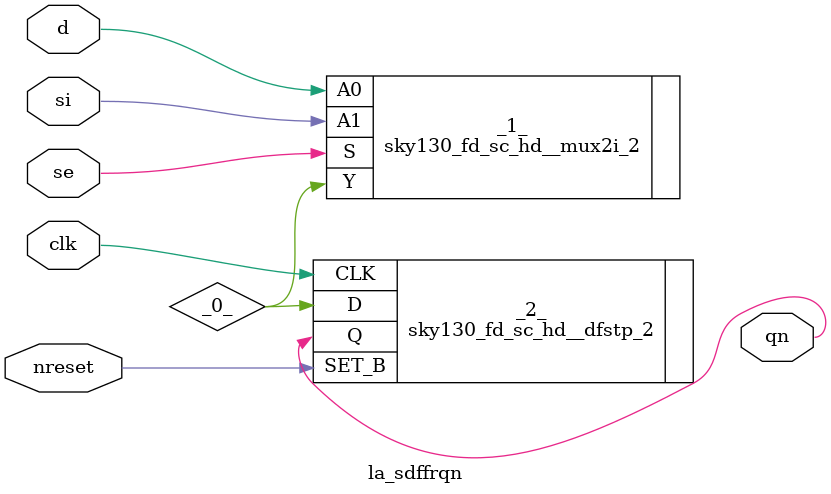
<source format=v>

/* Generated by Yosys 0.44 (git sha1 80ba43d26, g++ 11.4.0-1ubuntu1~22.04 -fPIC -O3) */

(* top =  1  *)
(* src = "generated" *)
module la_sdffrqn (
    d,
    si,
    se,
    clk,
    nreset,
    qn
);
  (* src = "generated" *)
  wire _0_;
  (* src = "generated" *)
  input clk;
  wire clk;
  (* src = "generated" *)
  input d;
  wire d;
  (* src = "generated" *)
  input nreset;
  wire nreset;
  (* src = "generated" *)
  output qn;
  wire qn;
  (* src = "generated" *)
  input se;
  wire se;
  (* src = "generated" *)
  input si;
  wire si;
  sky130_fd_sc_hd__mux2i_2 _1_ (
      .A0(d),
      .A1(si),
      .S (se),
      .Y (_0_)
  );
  (* src = "generated" *)
  sky130_fd_sc_hd__dfstp_2 _2_ (
      .CLK(clk),
      .D(_0_),
      .Q(qn),
      .SET_B(nreset)
  );
endmodule

</source>
